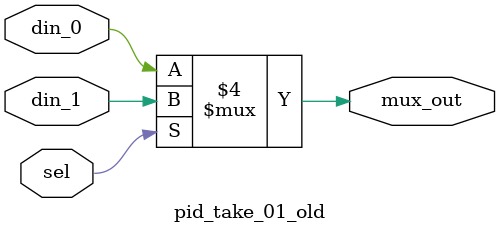
<source format=v>
module  pid_take_01_old(
din_0      , // Mux first input
din_1      , // Mux Second input
sel        , // Select input
mux_out      // Mux output
);
//-----------Input Ports---------------
input din_0, din_1, sel ;
//-----------Output Ports---------------
output mux_out;
//------------Internal Variables--------
reg  mux_out;
//-------------Code Starts Here---------
always @ (sel or din_0 or din_1)
begin : MUX
  if (sel == 1'b0) begin
      mux_out = din_0;
  end else begin
      mux_out = din_1 ;
  end
end

endmodule //End Of Module mux
</source>
